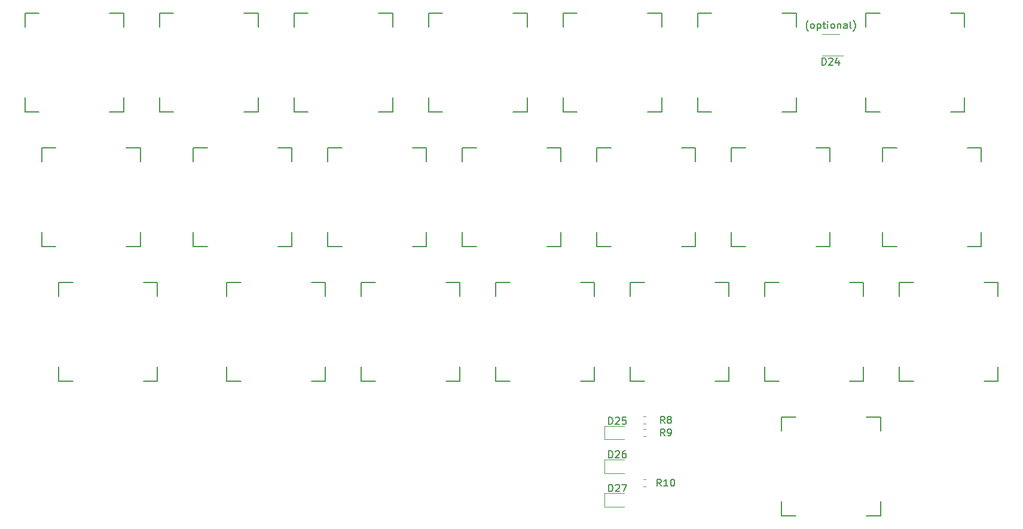
<source format=gto>
G04 #@! TF.GenerationSoftware,KiCad,Pcbnew,5.1.5*
G04 #@! TF.CreationDate,2019-12-26T05:57:11+09:00*
G04 #@! TF.ProjectId,half_qwerty,68616c66-5f71-4776-9572-74792e6b6963,rev?*
G04 #@! TF.SameCoordinates,Original*
G04 #@! TF.FileFunction,Legend,Top*
G04 #@! TF.FilePolarity,Positive*
%FSLAX46Y46*%
G04 Gerber Fmt 4.6, Leading zero omitted, Abs format (unit mm)*
G04 Created by KiCad (PCBNEW 5.1.5) date 2019-12-26 05:57:11*
%MOMM*%
%LPD*%
G04 APERTURE LIST*
%ADD10C,0.150000*%
%ADD11C,0.120000*%
G04 APERTURE END LIST*
D10*
X194421523Y-76525333D02*
X194373904Y-76477714D01*
X194278666Y-76334857D01*
X194231047Y-76239619D01*
X194183428Y-76096761D01*
X194135809Y-75858666D01*
X194135809Y-75668190D01*
X194183428Y-75430095D01*
X194231047Y-75287238D01*
X194278666Y-75192000D01*
X194373904Y-75049142D01*
X194421523Y-75001523D01*
X194945333Y-76144380D02*
X194850095Y-76096761D01*
X194802476Y-76049142D01*
X194754857Y-75953904D01*
X194754857Y-75668190D01*
X194802476Y-75572952D01*
X194850095Y-75525333D01*
X194945333Y-75477714D01*
X195088190Y-75477714D01*
X195183428Y-75525333D01*
X195231047Y-75572952D01*
X195278666Y-75668190D01*
X195278666Y-75953904D01*
X195231047Y-76049142D01*
X195183428Y-76096761D01*
X195088190Y-76144380D01*
X194945333Y-76144380D01*
X195707238Y-75477714D02*
X195707238Y-76477714D01*
X195707238Y-75525333D02*
X195802476Y-75477714D01*
X195992952Y-75477714D01*
X196088190Y-75525333D01*
X196135809Y-75572952D01*
X196183428Y-75668190D01*
X196183428Y-75953904D01*
X196135809Y-76049142D01*
X196088190Y-76096761D01*
X195992952Y-76144380D01*
X195802476Y-76144380D01*
X195707238Y-76096761D01*
X196469142Y-75477714D02*
X196850095Y-75477714D01*
X196612000Y-75144380D02*
X196612000Y-76001523D01*
X196659619Y-76096761D01*
X196754857Y-76144380D01*
X196850095Y-76144380D01*
X197183428Y-76144380D02*
X197183428Y-75477714D01*
X197183428Y-75144380D02*
X197135809Y-75192000D01*
X197183428Y-75239619D01*
X197231047Y-75192000D01*
X197183428Y-75144380D01*
X197183428Y-75239619D01*
X197802476Y-76144380D02*
X197707238Y-76096761D01*
X197659619Y-76049142D01*
X197612000Y-75953904D01*
X197612000Y-75668190D01*
X197659619Y-75572952D01*
X197707238Y-75525333D01*
X197802476Y-75477714D01*
X197945333Y-75477714D01*
X198040571Y-75525333D01*
X198088190Y-75572952D01*
X198135809Y-75668190D01*
X198135809Y-75953904D01*
X198088190Y-76049142D01*
X198040571Y-76096761D01*
X197945333Y-76144380D01*
X197802476Y-76144380D01*
X198564380Y-75477714D02*
X198564380Y-76144380D01*
X198564380Y-75572952D02*
X198612000Y-75525333D01*
X198707238Y-75477714D01*
X198850095Y-75477714D01*
X198945333Y-75525333D01*
X198992952Y-75620571D01*
X198992952Y-76144380D01*
X199897714Y-76144380D02*
X199897714Y-75620571D01*
X199850095Y-75525333D01*
X199754857Y-75477714D01*
X199564380Y-75477714D01*
X199469142Y-75525333D01*
X199897714Y-76096761D02*
X199802476Y-76144380D01*
X199564380Y-76144380D01*
X199469142Y-76096761D01*
X199421523Y-76001523D01*
X199421523Y-75906285D01*
X199469142Y-75811047D01*
X199564380Y-75763428D01*
X199802476Y-75763428D01*
X199897714Y-75715809D01*
X200516761Y-76144380D02*
X200421523Y-76096761D01*
X200373904Y-76001523D01*
X200373904Y-75144380D01*
X200802476Y-76525333D02*
X200850095Y-76477714D01*
X200945333Y-76334857D01*
X200992952Y-76239619D01*
X201040571Y-76096761D01*
X201088190Y-75858666D01*
X201088190Y-75668190D01*
X201040571Y-75430095D01*
X200992952Y-75287238D01*
X200945333Y-75192000D01*
X200850095Y-75049142D01*
X200802476Y-75001523D01*
D11*
X171367267Y-139952000D02*
X171024733Y-139952000D01*
X171367267Y-140972000D02*
X171024733Y-140972000D01*
X171367267Y-132840000D02*
X171024733Y-132840000D01*
X171367267Y-133860000D02*
X171024733Y-133860000D01*
X171367267Y-131062000D02*
X171024733Y-131062000D01*
X171367267Y-132082000D02*
X171024733Y-132082000D01*
X165526000Y-143835000D02*
X168386000Y-143835000D01*
X165526000Y-141915000D02*
X165526000Y-143835000D01*
X168386000Y-141915000D02*
X165526000Y-141915000D01*
X165526000Y-139072500D02*
X168386000Y-139072500D01*
X165526000Y-137152500D02*
X165526000Y-139072500D01*
X168386000Y-137152500D02*
X165526000Y-137152500D01*
X165526000Y-134310000D02*
X168386000Y-134310000D01*
X165526000Y-132390000D02*
X165526000Y-134310000D01*
X168386000Y-132390000D02*
X165526000Y-132390000D01*
X196412000Y-80036000D02*
X199362000Y-80036000D01*
X198812000Y-76936000D02*
X196412000Y-76936000D01*
D10*
X204931250Y-93012500D02*
X204931250Y-95012500D01*
X206931250Y-93012500D02*
X204931250Y-93012500D01*
X204931250Y-107012500D02*
X206931250Y-107012500D01*
X204931250Y-105012500D02*
X204931250Y-107012500D01*
X218931250Y-107012500D02*
X218931250Y-105012500D01*
X216931250Y-107012500D02*
X218931250Y-107012500D01*
X218931250Y-93012500D02*
X218931250Y-95012500D01*
X216931250Y-93012500D02*
X218931250Y-93012500D01*
X190643750Y-131112500D02*
X190643750Y-133112500D01*
X192643750Y-131112500D02*
X190643750Y-131112500D01*
X190643750Y-145112500D02*
X192643750Y-145112500D01*
X190643750Y-143112500D02*
X190643750Y-145112500D01*
X204643750Y-145112500D02*
X204643750Y-143112500D01*
X202643750Y-145112500D02*
X204643750Y-145112500D01*
X204643750Y-131112500D02*
X204643750Y-133112500D01*
X202643750Y-131112500D02*
X204643750Y-131112500D01*
X183500000Y-93012500D02*
X183500000Y-95012500D01*
X185500000Y-93012500D02*
X183500000Y-93012500D01*
X183500000Y-107012500D02*
X185500000Y-107012500D01*
X183500000Y-105012500D02*
X183500000Y-107012500D01*
X197500000Y-107012500D02*
X197500000Y-105012500D01*
X195500000Y-107012500D02*
X197500000Y-107012500D01*
X197500000Y-93012500D02*
X197500000Y-95012500D01*
X195500000Y-93012500D02*
X197500000Y-93012500D01*
X207312500Y-112062500D02*
X207312500Y-114062500D01*
X209312500Y-112062500D02*
X207312500Y-112062500D01*
X207312500Y-126062500D02*
X209312500Y-126062500D01*
X207312500Y-124062500D02*
X207312500Y-126062500D01*
X221312500Y-126062500D02*
X221312500Y-124062500D01*
X219312500Y-126062500D02*
X221312500Y-126062500D01*
X221312500Y-112062500D02*
X221312500Y-114062500D01*
X219312500Y-112062500D02*
X221312500Y-112062500D01*
X188262500Y-112062500D02*
X188262500Y-114062500D01*
X190262500Y-112062500D02*
X188262500Y-112062500D01*
X188262500Y-126062500D02*
X190262500Y-126062500D01*
X188262500Y-124062500D02*
X188262500Y-126062500D01*
X202262500Y-126062500D02*
X202262500Y-124062500D01*
X200262500Y-126062500D02*
X202262500Y-126062500D01*
X202262500Y-112062500D02*
X202262500Y-114062500D01*
X200262500Y-112062500D02*
X202262500Y-112062500D01*
X150162500Y-112062500D02*
X150162500Y-114062500D01*
X152162500Y-112062500D02*
X150162500Y-112062500D01*
X150162500Y-126062500D02*
X152162500Y-126062500D01*
X150162500Y-124062500D02*
X150162500Y-126062500D01*
X164162500Y-126062500D02*
X164162500Y-124062500D01*
X162162500Y-126062500D02*
X164162500Y-126062500D01*
X164162500Y-112062500D02*
X164162500Y-114062500D01*
X162162500Y-112062500D02*
X164162500Y-112062500D01*
X112062500Y-112062500D02*
X112062500Y-114062500D01*
X114062500Y-112062500D02*
X112062500Y-112062500D01*
X112062500Y-126062500D02*
X114062500Y-126062500D01*
X112062500Y-124062500D02*
X112062500Y-126062500D01*
X126062500Y-126062500D02*
X126062500Y-124062500D01*
X124062500Y-126062500D02*
X126062500Y-126062500D01*
X126062500Y-112062500D02*
X126062500Y-114062500D01*
X124062500Y-112062500D02*
X126062500Y-112062500D01*
X202550000Y-73962500D02*
X202550000Y-75962500D01*
X204550000Y-73962500D02*
X202550000Y-73962500D01*
X202550000Y-87962500D02*
X204550000Y-87962500D01*
X202550000Y-85962500D02*
X202550000Y-87962500D01*
X216550000Y-87962500D02*
X216550000Y-85962500D01*
X214550000Y-87962500D02*
X216550000Y-87962500D01*
X216550000Y-73962500D02*
X216550000Y-75962500D01*
X214550000Y-73962500D02*
X216550000Y-73962500D01*
X164450000Y-93012500D02*
X164450000Y-95012500D01*
X166450000Y-93012500D02*
X164450000Y-93012500D01*
X164450000Y-107012500D02*
X166450000Y-107012500D01*
X164450000Y-105012500D02*
X164450000Y-107012500D01*
X178450000Y-107012500D02*
X178450000Y-105012500D01*
X176450000Y-107012500D02*
X178450000Y-107012500D01*
X178450000Y-93012500D02*
X178450000Y-95012500D01*
X176450000Y-93012500D02*
X178450000Y-93012500D01*
X169212500Y-112062500D02*
X169212500Y-114062500D01*
X171212500Y-112062500D02*
X169212500Y-112062500D01*
X169212500Y-126062500D02*
X171212500Y-126062500D01*
X169212500Y-124062500D02*
X169212500Y-126062500D01*
X183212500Y-126062500D02*
X183212500Y-124062500D01*
X181212500Y-126062500D02*
X183212500Y-126062500D01*
X183212500Y-112062500D02*
X183212500Y-114062500D01*
X181212500Y-112062500D02*
X183212500Y-112062500D01*
X131112500Y-112062500D02*
X131112500Y-114062500D01*
X133112500Y-112062500D02*
X131112500Y-112062500D01*
X131112500Y-126062500D02*
X133112500Y-126062500D01*
X131112500Y-124062500D02*
X131112500Y-126062500D01*
X145112500Y-126062500D02*
X145112500Y-124062500D01*
X143112500Y-126062500D02*
X145112500Y-126062500D01*
X145112500Y-112062500D02*
X145112500Y-114062500D01*
X143112500Y-112062500D02*
X145112500Y-112062500D01*
X88250000Y-112062500D02*
X88250000Y-114062500D01*
X90250000Y-112062500D02*
X88250000Y-112062500D01*
X88250000Y-126062500D02*
X90250000Y-126062500D01*
X88250000Y-124062500D02*
X88250000Y-126062500D01*
X102250000Y-126062500D02*
X102250000Y-124062500D01*
X100250000Y-126062500D02*
X102250000Y-126062500D01*
X102250000Y-112062500D02*
X102250000Y-114062500D01*
X100250000Y-112062500D02*
X102250000Y-112062500D01*
X178737500Y-73962500D02*
X178737500Y-75962500D01*
X180737500Y-73962500D02*
X178737500Y-73962500D01*
X178737500Y-87962500D02*
X180737500Y-87962500D01*
X178737500Y-85962500D02*
X178737500Y-87962500D01*
X192737500Y-87962500D02*
X192737500Y-85962500D01*
X190737500Y-87962500D02*
X192737500Y-87962500D01*
X192737500Y-73962500D02*
X192737500Y-75962500D01*
X190737500Y-73962500D02*
X192737500Y-73962500D01*
X145400000Y-93012500D02*
X145400000Y-95012500D01*
X147400000Y-93012500D02*
X145400000Y-93012500D01*
X145400000Y-107012500D02*
X147400000Y-107012500D01*
X145400000Y-105012500D02*
X145400000Y-107012500D01*
X159400000Y-107012500D02*
X159400000Y-105012500D01*
X157400000Y-107012500D02*
X159400000Y-107012500D01*
X159400000Y-93012500D02*
X159400000Y-95012500D01*
X157400000Y-93012500D02*
X159400000Y-93012500D01*
X126350000Y-93012500D02*
X126350000Y-95012500D01*
X128350000Y-93012500D02*
X126350000Y-93012500D01*
X126350000Y-107012500D02*
X128350000Y-107012500D01*
X126350000Y-105012500D02*
X126350000Y-107012500D01*
X140350000Y-107012500D02*
X140350000Y-105012500D01*
X138350000Y-107012500D02*
X140350000Y-107012500D01*
X140350000Y-93012500D02*
X140350000Y-95012500D01*
X138350000Y-93012500D02*
X140350000Y-93012500D01*
X107300000Y-93012500D02*
X107300000Y-95012500D01*
X109300000Y-93012500D02*
X107300000Y-93012500D01*
X107300000Y-107012500D02*
X109300000Y-107012500D01*
X107300000Y-105012500D02*
X107300000Y-107012500D01*
X121300000Y-107012500D02*
X121300000Y-105012500D01*
X119300000Y-107012500D02*
X121300000Y-107012500D01*
X121300000Y-93012500D02*
X121300000Y-95012500D01*
X119300000Y-93012500D02*
X121300000Y-93012500D01*
X85868750Y-93012500D02*
X85868750Y-95012500D01*
X87868750Y-93012500D02*
X85868750Y-93012500D01*
X85868750Y-107012500D02*
X87868750Y-107012500D01*
X85868750Y-105012500D02*
X85868750Y-107012500D01*
X99868750Y-107012500D02*
X99868750Y-105012500D01*
X97868750Y-107012500D02*
X99868750Y-107012500D01*
X99868750Y-93012500D02*
X99868750Y-95012500D01*
X97868750Y-93012500D02*
X99868750Y-93012500D01*
X159687500Y-73962500D02*
X159687500Y-75962500D01*
X161687500Y-73962500D02*
X159687500Y-73962500D01*
X159687500Y-87962500D02*
X161687500Y-87962500D01*
X159687500Y-85962500D02*
X159687500Y-87962500D01*
X173687500Y-87962500D02*
X173687500Y-85962500D01*
X171687500Y-87962500D02*
X173687500Y-87962500D01*
X173687500Y-73962500D02*
X173687500Y-75962500D01*
X171687500Y-73962500D02*
X173687500Y-73962500D01*
X140637500Y-73962500D02*
X140637500Y-75962500D01*
X142637500Y-73962500D02*
X140637500Y-73962500D01*
X140637500Y-87962500D02*
X142637500Y-87962500D01*
X140637500Y-85962500D02*
X140637500Y-87962500D01*
X154637500Y-87962500D02*
X154637500Y-85962500D01*
X152637500Y-87962500D02*
X154637500Y-87962500D01*
X154637500Y-73962500D02*
X154637500Y-75962500D01*
X152637500Y-73962500D02*
X154637500Y-73962500D01*
X121587500Y-73962500D02*
X121587500Y-75962500D01*
X123587500Y-73962500D02*
X121587500Y-73962500D01*
X121587500Y-87962500D02*
X123587500Y-87962500D01*
X121587500Y-85962500D02*
X121587500Y-87962500D01*
X135587500Y-87962500D02*
X135587500Y-85962500D01*
X133587500Y-87962500D02*
X135587500Y-87962500D01*
X135587500Y-73962500D02*
X135587500Y-75962500D01*
X133587500Y-73962500D02*
X135587500Y-73962500D01*
X102537500Y-73962500D02*
X102537500Y-75962500D01*
X104537500Y-73962500D02*
X102537500Y-73962500D01*
X102537500Y-87962500D02*
X104537500Y-87962500D01*
X102537500Y-85962500D02*
X102537500Y-87962500D01*
X116537500Y-87962500D02*
X116537500Y-85962500D01*
X114537500Y-87962500D02*
X116537500Y-87962500D01*
X116537500Y-73962500D02*
X116537500Y-75962500D01*
X114537500Y-73962500D02*
X116537500Y-73962500D01*
X83487500Y-73962500D02*
X83487500Y-75962500D01*
X85487500Y-73962500D02*
X83487500Y-73962500D01*
X83487500Y-87962500D02*
X85487500Y-87962500D01*
X83487500Y-85962500D02*
X83487500Y-87962500D01*
X97487500Y-87962500D02*
X97487500Y-85962500D01*
X95487500Y-87962500D02*
X97487500Y-87962500D01*
X97487500Y-73962500D02*
X97487500Y-75962500D01*
X95487500Y-73962500D02*
X97487500Y-73962500D01*
X173601142Y-140914380D02*
X173267809Y-140438190D01*
X173029714Y-140914380D02*
X173029714Y-139914380D01*
X173410666Y-139914380D01*
X173505904Y-139962000D01*
X173553523Y-140009619D01*
X173601142Y-140104857D01*
X173601142Y-140247714D01*
X173553523Y-140342952D01*
X173505904Y-140390571D01*
X173410666Y-140438190D01*
X173029714Y-140438190D01*
X174553523Y-140914380D02*
X173982095Y-140914380D01*
X174267809Y-140914380D02*
X174267809Y-139914380D01*
X174172571Y-140057238D01*
X174077333Y-140152476D01*
X173982095Y-140200095D01*
X175172571Y-139914380D02*
X175267809Y-139914380D01*
X175363047Y-139962000D01*
X175410666Y-140009619D01*
X175458285Y-140104857D01*
X175505904Y-140295333D01*
X175505904Y-140533428D01*
X175458285Y-140723904D01*
X175410666Y-140819142D01*
X175363047Y-140866761D01*
X175267809Y-140914380D01*
X175172571Y-140914380D01*
X175077333Y-140866761D01*
X175029714Y-140819142D01*
X174982095Y-140723904D01*
X174934476Y-140533428D01*
X174934476Y-140295333D01*
X174982095Y-140104857D01*
X175029714Y-140009619D01*
X175077333Y-139962000D01*
X175172571Y-139914380D01*
X174077333Y-133802380D02*
X173744000Y-133326190D01*
X173505904Y-133802380D02*
X173505904Y-132802380D01*
X173886857Y-132802380D01*
X173982095Y-132850000D01*
X174029714Y-132897619D01*
X174077333Y-132992857D01*
X174077333Y-133135714D01*
X174029714Y-133230952D01*
X173982095Y-133278571D01*
X173886857Y-133326190D01*
X173505904Y-133326190D01*
X174553523Y-133802380D02*
X174744000Y-133802380D01*
X174839238Y-133754761D01*
X174886857Y-133707142D01*
X174982095Y-133564285D01*
X175029714Y-133373809D01*
X175029714Y-132992857D01*
X174982095Y-132897619D01*
X174934476Y-132850000D01*
X174839238Y-132802380D01*
X174648761Y-132802380D01*
X174553523Y-132850000D01*
X174505904Y-132897619D01*
X174458285Y-132992857D01*
X174458285Y-133230952D01*
X174505904Y-133326190D01*
X174553523Y-133373809D01*
X174648761Y-133421428D01*
X174839238Y-133421428D01*
X174934476Y-133373809D01*
X174982095Y-133326190D01*
X175029714Y-133230952D01*
X174077333Y-132024380D02*
X173744000Y-131548190D01*
X173505904Y-132024380D02*
X173505904Y-131024380D01*
X173886857Y-131024380D01*
X173982095Y-131072000D01*
X174029714Y-131119619D01*
X174077333Y-131214857D01*
X174077333Y-131357714D01*
X174029714Y-131452952D01*
X173982095Y-131500571D01*
X173886857Y-131548190D01*
X173505904Y-131548190D01*
X174648761Y-131452952D02*
X174553523Y-131405333D01*
X174505904Y-131357714D01*
X174458285Y-131262476D01*
X174458285Y-131214857D01*
X174505904Y-131119619D01*
X174553523Y-131072000D01*
X174648761Y-131024380D01*
X174839238Y-131024380D01*
X174934476Y-131072000D01*
X174982095Y-131119619D01*
X175029714Y-131214857D01*
X175029714Y-131262476D01*
X174982095Y-131357714D01*
X174934476Y-131405333D01*
X174839238Y-131452952D01*
X174648761Y-131452952D01*
X174553523Y-131500571D01*
X174505904Y-131548190D01*
X174458285Y-131643428D01*
X174458285Y-131833904D01*
X174505904Y-131929142D01*
X174553523Y-131976761D01*
X174648761Y-132024380D01*
X174839238Y-132024380D01*
X174934476Y-131976761D01*
X174982095Y-131929142D01*
X175029714Y-131833904D01*
X175029714Y-131643428D01*
X174982095Y-131548190D01*
X174934476Y-131500571D01*
X174839238Y-131452952D01*
X166171714Y-141677380D02*
X166171714Y-140677380D01*
X166409809Y-140677380D01*
X166552666Y-140725000D01*
X166647904Y-140820238D01*
X166695523Y-140915476D01*
X166743142Y-141105952D01*
X166743142Y-141248809D01*
X166695523Y-141439285D01*
X166647904Y-141534523D01*
X166552666Y-141629761D01*
X166409809Y-141677380D01*
X166171714Y-141677380D01*
X167124095Y-140772619D02*
X167171714Y-140725000D01*
X167266952Y-140677380D01*
X167505047Y-140677380D01*
X167600285Y-140725000D01*
X167647904Y-140772619D01*
X167695523Y-140867857D01*
X167695523Y-140963095D01*
X167647904Y-141105952D01*
X167076476Y-141677380D01*
X167695523Y-141677380D01*
X168028857Y-140677380D02*
X168695523Y-140677380D01*
X168266952Y-141677380D01*
X166171714Y-136914880D02*
X166171714Y-135914880D01*
X166409809Y-135914880D01*
X166552666Y-135962500D01*
X166647904Y-136057738D01*
X166695523Y-136152976D01*
X166743142Y-136343452D01*
X166743142Y-136486309D01*
X166695523Y-136676785D01*
X166647904Y-136772023D01*
X166552666Y-136867261D01*
X166409809Y-136914880D01*
X166171714Y-136914880D01*
X167124095Y-136010119D02*
X167171714Y-135962500D01*
X167266952Y-135914880D01*
X167505047Y-135914880D01*
X167600285Y-135962500D01*
X167647904Y-136010119D01*
X167695523Y-136105357D01*
X167695523Y-136200595D01*
X167647904Y-136343452D01*
X167076476Y-136914880D01*
X167695523Y-136914880D01*
X168552666Y-135914880D02*
X168362190Y-135914880D01*
X168266952Y-135962500D01*
X168219333Y-136010119D01*
X168124095Y-136152976D01*
X168076476Y-136343452D01*
X168076476Y-136724404D01*
X168124095Y-136819642D01*
X168171714Y-136867261D01*
X168266952Y-136914880D01*
X168457428Y-136914880D01*
X168552666Y-136867261D01*
X168600285Y-136819642D01*
X168647904Y-136724404D01*
X168647904Y-136486309D01*
X168600285Y-136391071D01*
X168552666Y-136343452D01*
X168457428Y-136295833D01*
X168266952Y-136295833D01*
X168171714Y-136343452D01*
X168124095Y-136391071D01*
X168076476Y-136486309D01*
X166171714Y-132152380D02*
X166171714Y-131152380D01*
X166409809Y-131152380D01*
X166552666Y-131200000D01*
X166647904Y-131295238D01*
X166695523Y-131390476D01*
X166743142Y-131580952D01*
X166743142Y-131723809D01*
X166695523Y-131914285D01*
X166647904Y-132009523D01*
X166552666Y-132104761D01*
X166409809Y-132152380D01*
X166171714Y-132152380D01*
X167124095Y-131247619D02*
X167171714Y-131200000D01*
X167266952Y-131152380D01*
X167505047Y-131152380D01*
X167600285Y-131200000D01*
X167647904Y-131247619D01*
X167695523Y-131342857D01*
X167695523Y-131438095D01*
X167647904Y-131580952D01*
X167076476Y-132152380D01*
X167695523Y-132152380D01*
X168600285Y-131152380D02*
X168124095Y-131152380D01*
X168076476Y-131628571D01*
X168124095Y-131580952D01*
X168219333Y-131533333D01*
X168457428Y-131533333D01*
X168552666Y-131580952D01*
X168600285Y-131628571D01*
X168647904Y-131723809D01*
X168647904Y-131961904D01*
X168600285Y-132057142D01*
X168552666Y-132104761D01*
X168457428Y-132152380D01*
X168219333Y-132152380D01*
X168124095Y-132104761D01*
X168076476Y-132057142D01*
X196377714Y-81318380D02*
X196377714Y-80318380D01*
X196615809Y-80318380D01*
X196758666Y-80366000D01*
X196853904Y-80461238D01*
X196901523Y-80556476D01*
X196949142Y-80746952D01*
X196949142Y-80889809D01*
X196901523Y-81080285D01*
X196853904Y-81175523D01*
X196758666Y-81270761D01*
X196615809Y-81318380D01*
X196377714Y-81318380D01*
X197330095Y-80413619D02*
X197377714Y-80366000D01*
X197472952Y-80318380D01*
X197711047Y-80318380D01*
X197806285Y-80366000D01*
X197853904Y-80413619D01*
X197901523Y-80508857D01*
X197901523Y-80604095D01*
X197853904Y-80746952D01*
X197282476Y-81318380D01*
X197901523Y-81318380D01*
X198758666Y-80651714D02*
X198758666Y-81318380D01*
X198520571Y-80270761D02*
X198282476Y-80985047D01*
X198901523Y-80985047D01*
M02*

</source>
